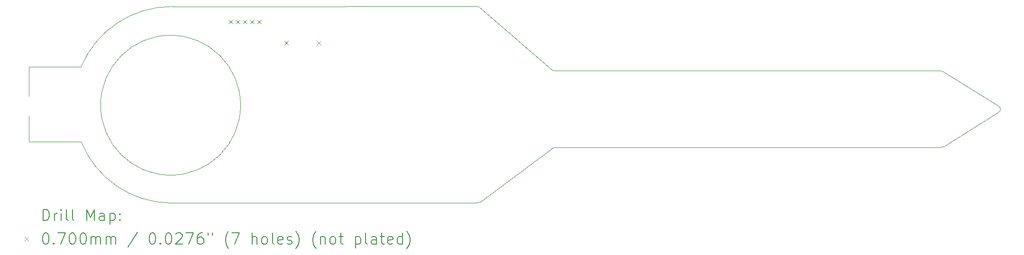
<source format=gbr>
%TF.GenerationSoftware,KiCad,Pcbnew,7.0.5*%
%TF.CreationDate,2023-06-02T10:04:05+02:00*%
%TF.ProjectId,esp32_soil_moisture_sensor,65737033-325f-4736-9f69-6c5f6d6f6973,5.3*%
%TF.SameCoordinates,Original*%
%TF.FileFunction,Drillmap*%
%TF.FilePolarity,Positive*%
%FSLAX45Y45*%
G04 Gerber Fmt 4.5, Leading zero omitted, Abs format (unit mm)*
G04 Created by KiCad (PCBNEW 7.0.5) date 2023-06-02 10:04:05*
%MOMM*%
%LPD*%
G01*
G04 APERTURE LIST*
%ADD10C,0.050000*%
%ADD11C,0.100000*%
%ADD12C,0.200000*%
%ADD13C,0.070000*%
G04 APERTURE END LIST*
D10*
X7850000Y-12059000D02*
X13325000Y-12055000D01*
X6262000Y-10962000D02*
G75*
G03*
X7850000Y-12059000I1618805J645475D01*
G01*
X13325000Y-12055001D02*
G75*
G03*
X13379000Y-12044000I2080J127821D01*
G01*
X21669710Y-9717302D02*
X22656500Y-10333000D01*
X5329000Y-10962000D02*
X5328000Y-10503000D01*
X8613000Y-8548000D02*
X7878000Y-8549000D01*
D11*
X7878000Y-8549000D02*
G75*
G03*
X6262000Y-9626000I3032J-1755424D01*
G01*
D10*
X8613000Y-8548000D02*
X13323000Y-8546000D01*
X21669711Y-9717300D02*
G75*
G03*
X21601621Y-9698000I-67311J-107710D01*
G01*
X5329000Y-9626000D02*
X6262000Y-9626000D01*
X14725982Y-11069377D02*
X21601620Y-11069600D01*
X21601621Y-11069600D02*
G75*
G03*
X21669710Y-11050298I779J127000D01*
G01*
X22656500Y-10434600D02*
G75*
G03*
X22656500Y-10333000I-38060J50800D01*
G01*
X13379000Y-12044000D02*
X14674402Y-11080323D01*
X21669710Y-11050298D02*
X22656500Y-10434600D01*
X5328000Y-10153000D02*
X5329000Y-9626000D01*
X14674403Y-9686829D02*
G75*
G03*
X14725982Y-9697777I51577J116019D01*
G01*
X14725982Y-11069377D02*
G75*
G03*
X14674402Y-11080323I8J-127033D01*
G01*
X14725982Y-9697777D02*
X21601620Y-9698000D01*
X6262000Y-10962000D02*
X5329000Y-10962000D01*
X13374580Y-8556946D02*
X14674402Y-9686831D01*
X9111000Y-10312000D02*
G75*
G03*
X9111000Y-10312000I-1250000J0D01*
G01*
X13374580Y-8556947D02*
G75*
G03*
X13323000Y-8546000I-51580J-116043D01*
G01*
D12*
D13*
X8897000Y-8787000D02*
X8967000Y-8857000D01*
X8967000Y-8787000D02*
X8897000Y-8857000D01*
X9024000Y-8787000D02*
X9094000Y-8857000D01*
X9094000Y-8787000D02*
X9024000Y-8857000D01*
X9151000Y-8787000D02*
X9221000Y-8857000D01*
X9221000Y-8787000D02*
X9151000Y-8857000D01*
X9278000Y-8787000D02*
X9348000Y-8857000D01*
X9348000Y-8787000D02*
X9278000Y-8857000D01*
X9405000Y-8787000D02*
X9475000Y-8857000D01*
X9475000Y-8787000D02*
X9405000Y-8857000D01*
X9894000Y-9164000D02*
X9964000Y-9234000D01*
X9964000Y-9164000D02*
X9894000Y-9234000D01*
X10472000Y-9164000D02*
X10542000Y-9234000D01*
X10542000Y-9164000D02*
X10472000Y-9234000D01*
D12*
X5583777Y-12372984D02*
X5583777Y-12172984D01*
X5583777Y-12172984D02*
X5631396Y-12172984D01*
X5631396Y-12172984D02*
X5659967Y-12182508D01*
X5659967Y-12182508D02*
X5679015Y-12201555D01*
X5679015Y-12201555D02*
X5688539Y-12220603D01*
X5688539Y-12220603D02*
X5698062Y-12258698D01*
X5698062Y-12258698D02*
X5698062Y-12287269D01*
X5698062Y-12287269D02*
X5688539Y-12325365D01*
X5688539Y-12325365D02*
X5679015Y-12344412D01*
X5679015Y-12344412D02*
X5659967Y-12363460D01*
X5659967Y-12363460D02*
X5631396Y-12372984D01*
X5631396Y-12372984D02*
X5583777Y-12372984D01*
X5783777Y-12372984D02*
X5783777Y-12239650D01*
X5783777Y-12277746D02*
X5793301Y-12258698D01*
X5793301Y-12258698D02*
X5802824Y-12249174D01*
X5802824Y-12249174D02*
X5821872Y-12239650D01*
X5821872Y-12239650D02*
X5840920Y-12239650D01*
X5907586Y-12372984D02*
X5907586Y-12239650D01*
X5907586Y-12172984D02*
X5898062Y-12182508D01*
X5898062Y-12182508D02*
X5907586Y-12192031D01*
X5907586Y-12192031D02*
X5917110Y-12182508D01*
X5917110Y-12182508D02*
X5907586Y-12172984D01*
X5907586Y-12172984D02*
X5907586Y-12192031D01*
X6031396Y-12372984D02*
X6012348Y-12363460D01*
X6012348Y-12363460D02*
X6002824Y-12344412D01*
X6002824Y-12344412D02*
X6002824Y-12172984D01*
X6136158Y-12372984D02*
X6117110Y-12363460D01*
X6117110Y-12363460D02*
X6107586Y-12344412D01*
X6107586Y-12344412D02*
X6107586Y-12172984D01*
X6364729Y-12372984D02*
X6364729Y-12172984D01*
X6364729Y-12172984D02*
X6431396Y-12315841D01*
X6431396Y-12315841D02*
X6498062Y-12172984D01*
X6498062Y-12172984D02*
X6498062Y-12372984D01*
X6679015Y-12372984D02*
X6679015Y-12268222D01*
X6679015Y-12268222D02*
X6669491Y-12249174D01*
X6669491Y-12249174D02*
X6650443Y-12239650D01*
X6650443Y-12239650D02*
X6612348Y-12239650D01*
X6612348Y-12239650D02*
X6593301Y-12249174D01*
X6679015Y-12363460D02*
X6659967Y-12372984D01*
X6659967Y-12372984D02*
X6612348Y-12372984D01*
X6612348Y-12372984D02*
X6593301Y-12363460D01*
X6593301Y-12363460D02*
X6583777Y-12344412D01*
X6583777Y-12344412D02*
X6583777Y-12325365D01*
X6583777Y-12325365D02*
X6593301Y-12306317D01*
X6593301Y-12306317D02*
X6612348Y-12296793D01*
X6612348Y-12296793D02*
X6659967Y-12296793D01*
X6659967Y-12296793D02*
X6679015Y-12287269D01*
X6774253Y-12239650D02*
X6774253Y-12439650D01*
X6774253Y-12249174D02*
X6793301Y-12239650D01*
X6793301Y-12239650D02*
X6831396Y-12239650D01*
X6831396Y-12239650D02*
X6850443Y-12249174D01*
X6850443Y-12249174D02*
X6859967Y-12258698D01*
X6859967Y-12258698D02*
X6869491Y-12277746D01*
X6869491Y-12277746D02*
X6869491Y-12334888D01*
X6869491Y-12334888D02*
X6859967Y-12353936D01*
X6859967Y-12353936D02*
X6850443Y-12363460D01*
X6850443Y-12363460D02*
X6831396Y-12372984D01*
X6831396Y-12372984D02*
X6793301Y-12372984D01*
X6793301Y-12372984D02*
X6774253Y-12363460D01*
X6955205Y-12353936D02*
X6964729Y-12363460D01*
X6964729Y-12363460D02*
X6955205Y-12372984D01*
X6955205Y-12372984D02*
X6945682Y-12363460D01*
X6945682Y-12363460D02*
X6955205Y-12353936D01*
X6955205Y-12353936D02*
X6955205Y-12372984D01*
X6955205Y-12249174D02*
X6964729Y-12258698D01*
X6964729Y-12258698D02*
X6955205Y-12268222D01*
X6955205Y-12268222D02*
X6945682Y-12258698D01*
X6945682Y-12258698D02*
X6955205Y-12249174D01*
X6955205Y-12249174D02*
X6955205Y-12268222D01*
D13*
X5253000Y-12666500D02*
X5323000Y-12736500D01*
X5323000Y-12666500D02*
X5253000Y-12736500D01*
D12*
X5621872Y-12592984D02*
X5640920Y-12592984D01*
X5640920Y-12592984D02*
X5659967Y-12602508D01*
X5659967Y-12602508D02*
X5669491Y-12612031D01*
X5669491Y-12612031D02*
X5679015Y-12631079D01*
X5679015Y-12631079D02*
X5688539Y-12669174D01*
X5688539Y-12669174D02*
X5688539Y-12716793D01*
X5688539Y-12716793D02*
X5679015Y-12754888D01*
X5679015Y-12754888D02*
X5669491Y-12773936D01*
X5669491Y-12773936D02*
X5659967Y-12783460D01*
X5659967Y-12783460D02*
X5640920Y-12792984D01*
X5640920Y-12792984D02*
X5621872Y-12792984D01*
X5621872Y-12792984D02*
X5602824Y-12783460D01*
X5602824Y-12783460D02*
X5593301Y-12773936D01*
X5593301Y-12773936D02*
X5583777Y-12754888D01*
X5583777Y-12754888D02*
X5574253Y-12716793D01*
X5574253Y-12716793D02*
X5574253Y-12669174D01*
X5574253Y-12669174D02*
X5583777Y-12631079D01*
X5583777Y-12631079D02*
X5593301Y-12612031D01*
X5593301Y-12612031D02*
X5602824Y-12602508D01*
X5602824Y-12602508D02*
X5621872Y-12592984D01*
X5774253Y-12773936D02*
X5783777Y-12783460D01*
X5783777Y-12783460D02*
X5774253Y-12792984D01*
X5774253Y-12792984D02*
X5764729Y-12783460D01*
X5764729Y-12783460D02*
X5774253Y-12773936D01*
X5774253Y-12773936D02*
X5774253Y-12792984D01*
X5850443Y-12592984D02*
X5983777Y-12592984D01*
X5983777Y-12592984D02*
X5898062Y-12792984D01*
X6098062Y-12592984D02*
X6117110Y-12592984D01*
X6117110Y-12592984D02*
X6136158Y-12602508D01*
X6136158Y-12602508D02*
X6145682Y-12612031D01*
X6145682Y-12612031D02*
X6155205Y-12631079D01*
X6155205Y-12631079D02*
X6164729Y-12669174D01*
X6164729Y-12669174D02*
X6164729Y-12716793D01*
X6164729Y-12716793D02*
X6155205Y-12754888D01*
X6155205Y-12754888D02*
X6145682Y-12773936D01*
X6145682Y-12773936D02*
X6136158Y-12783460D01*
X6136158Y-12783460D02*
X6117110Y-12792984D01*
X6117110Y-12792984D02*
X6098062Y-12792984D01*
X6098062Y-12792984D02*
X6079015Y-12783460D01*
X6079015Y-12783460D02*
X6069491Y-12773936D01*
X6069491Y-12773936D02*
X6059967Y-12754888D01*
X6059967Y-12754888D02*
X6050443Y-12716793D01*
X6050443Y-12716793D02*
X6050443Y-12669174D01*
X6050443Y-12669174D02*
X6059967Y-12631079D01*
X6059967Y-12631079D02*
X6069491Y-12612031D01*
X6069491Y-12612031D02*
X6079015Y-12602508D01*
X6079015Y-12602508D02*
X6098062Y-12592984D01*
X6288539Y-12592984D02*
X6307586Y-12592984D01*
X6307586Y-12592984D02*
X6326634Y-12602508D01*
X6326634Y-12602508D02*
X6336158Y-12612031D01*
X6336158Y-12612031D02*
X6345682Y-12631079D01*
X6345682Y-12631079D02*
X6355205Y-12669174D01*
X6355205Y-12669174D02*
X6355205Y-12716793D01*
X6355205Y-12716793D02*
X6345682Y-12754888D01*
X6345682Y-12754888D02*
X6336158Y-12773936D01*
X6336158Y-12773936D02*
X6326634Y-12783460D01*
X6326634Y-12783460D02*
X6307586Y-12792984D01*
X6307586Y-12792984D02*
X6288539Y-12792984D01*
X6288539Y-12792984D02*
X6269491Y-12783460D01*
X6269491Y-12783460D02*
X6259967Y-12773936D01*
X6259967Y-12773936D02*
X6250443Y-12754888D01*
X6250443Y-12754888D02*
X6240920Y-12716793D01*
X6240920Y-12716793D02*
X6240920Y-12669174D01*
X6240920Y-12669174D02*
X6250443Y-12631079D01*
X6250443Y-12631079D02*
X6259967Y-12612031D01*
X6259967Y-12612031D02*
X6269491Y-12602508D01*
X6269491Y-12602508D02*
X6288539Y-12592984D01*
X6440920Y-12792984D02*
X6440920Y-12659650D01*
X6440920Y-12678698D02*
X6450443Y-12669174D01*
X6450443Y-12669174D02*
X6469491Y-12659650D01*
X6469491Y-12659650D02*
X6498063Y-12659650D01*
X6498063Y-12659650D02*
X6517110Y-12669174D01*
X6517110Y-12669174D02*
X6526634Y-12688222D01*
X6526634Y-12688222D02*
X6526634Y-12792984D01*
X6526634Y-12688222D02*
X6536158Y-12669174D01*
X6536158Y-12669174D02*
X6555205Y-12659650D01*
X6555205Y-12659650D02*
X6583777Y-12659650D01*
X6583777Y-12659650D02*
X6602824Y-12669174D01*
X6602824Y-12669174D02*
X6612348Y-12688222D01*
X6612348Y-12688222D02*
X6612348Y-12792984D01*
X6707586Y-12792984D02*
X6707586Y-12659650D01*
X6707586Y-12678698D02*
X6717110Y-12669174D01*
X6717110Y-12669174D02*
X6736158Y-12659650D01*
X6736158Y-12659650D02*
X6764729Y-12659650D01*
X6764729Y-12659650D02*
X6783777Y-12669174D01*
X6783777Y-12669174D02*
X6793301Y-12688222D01*
X6793301Y-12688222D02*
X6793301Y-12792984D01*
X6793301Y-12688222D02*
X6802824Y-12669174D01*
X6802824Y-12669174D02*
X6821872Y-12659650D01*
X6821872Y-12659650D02*
X6850443Y-12659650D01*
X6850443Y-12659650D02*
X6869491Y-12669174D01*
X6869491Y-12669174D02*
X6879015Y-12688222D01*
X6879015Y-12688222D02*
X6879015Y-12792984D01*
X7269491Y-12583460D02*
X7098063Y-12840603D01*
X7526634Y-12592984D02*
X7545682Y-12592984D01*
X7545682Y-12592984D02*
X7564729Y-12602508D01*
X7564729Y-12602508D02*
X7574253Y-12612031D01*
X7574253Y-12612031D02*
X7583777Y-12631079D01*
X7583777Y-12631079D02*
X7593301Y-12669174D01*
X7593301Y-12669174D02*
X7593301Y-12716793D01*
X7593301Y-12716793D02*
X7583777Y-12754888D01*
X7583777Y-12754888D02*
X7574253Y-12773936D01*
X7574253Y-12773936D02*
X7564729Y-12783460D01*
X7564729Y-12783460D02*
X7545682Y-12792984D01*
X7545682Y-12792984D02*
X7526634Y-12792984D01*
X7526634Y-12792984D02*
X7507586Y-12783460D01*
X7507586Y-12783460D02*
X7498063Y-12773936D01*
X7498063Y-12773936D02*
X7488539Y-12754888D01*
X7488539Y-12754888D02*
X7479015Y-12716793D01*
X7479015Y-12716793D02*
X7479015Y-12669174D01*
X7479015Y-12669174D02*
X7488539Y-12631079D01*
X7488539Y-12631079D02*
X7498063Y-12612031D01*
X7498063Y-12612031D02*
X7507586Y-12602508D01*
X7507586Y-12602508D02*
X7526634Y-12592984D01*
X7679015Y-12773936D02*
X7688539Y-12783460D01*
X7688539Y-12783460D02*
X7679015Y-12792984D01*
X7679015Y-12792984D02*
X7669491Y-12783460D01*
X7669491Y-12783460D02*
X7679015Y-12773936D01*
X7679015Y-12773936D02*
X7679015Y-12792984D01*
X7812348Y-12592984D02*
X7831396Y-12592984D01*
X7831396Y-12592984D02*
X7850444Y-12602508D01*
X7850444Y-12602508D02*
X7859967Y-12612031D01*
X7859967Y-12612031D02*
X7869491Y-12631079D01*
X7869491Y-12631079D02*
X7879015Y-12669174D01*
X7879015Y-12669174D02*
X7879015Y-12716793D01*
X7879015Y-12716793D02*
X7869491Y-12754888D01*
X7869491Y-12754888D02*
X7859967Y-12773936D01*
X7859967Y-12773936D02*
X7850444Y-12783460D01*
X7850444Y-12783460D02*
X7831396Y-12792984D01*
X7831396Y-12792984D02*
X7812348Y-12792984D01*
X7812348Y-12792984D02*
X7793301Y-12783460D01*
X7793301Y-12783460D02*
X7783777Y-12773936D01*
X7783777Y-12773936D02*
X7774253Y-12754888D01*
X7774253Y-12754888D02*
X7764729Y-12716793D01*
X7764729Y-12716793D02*
X7764729Y-12669174D01*
X7764729Y-12669174D02*
X7774253Y-12631079D01*
X7774253Y-12631079D02*
X7783777Y-12612031D01*
X7783777Y-12612031D02*
X7793301Y-12602508D01*
X7793301Y-12602508D02*
X7812348Y-12592984D01*
X7955206Y-12612031D02*
X7964729Y-12602508D01*
X7964729Y-12602508D02*
X7983777Y-12592984D01*
X7983777Y-12592984D02*
X8031396Y-12592984D01*
X8031396Y-12592984D02*
X8050444Y-12602508D01*
X8050444Y-12602508D02*
X8059967Y-12612031D01*
X8059967Y-12612031D02*
X8069491Y-12631079D01*
X8069491Y-12631079D02*
X8069491Y-12650127D01*
X8069491Y-12650127D02*
X8059967Y-12678698D01*
X8059967Y-12678698D02*
X7945682Y-12792984D01*
X7945682Y-12792984D02*
X8069491Y-12792984D01*
X8136158Y-12592984D02*
X8269491Y-12592984D01*
X8269491Y-12592984D02*
X8183777Y-12792984D01*
X8431396Y-12592984D02*
X8393301Y-12592984D01*
X8393301Y-12592984D02*
X8374253Y-12602508D01*
X8374253Y-12602508D02*
X8364729Y-12612031D01*
X8364729Y-12612031D02*
X8345682Y-12640603D01*
X8345682Y-12640603D02*
X8336158Y-12678698D01*
X8336158Y-12678698D02*
X8336158Y-12754888D01*
X8336158Y-12754888D02*
X8345682Y-12773936D01*
X8345682Y-12773936D02*
X8355206Y-12783460D01*
X8355206Y-12783460D02*
X8374253Y-12792984D01*
X8374253Y-12792984D02*
X8412349Y-12792984D01*
X8412349Y-12792984D02*
X8431396Y-12783460D01*
X8431396Y-12783460D02*
X8440920Y-12773936D01*
X8440920Y-12773936D02*
X8450444Y-12754888D01*
X8450444Y-12754888D02*
X8450444Y-12707269D01*
X8450444Y-12707269D02*
X8440920Y-12688222D01*
X8440920Y-12688222D02*
X8431396Y-12678698D01*
X8431396Y-12678698D02*
X8412349Y-12669174D01*
X8412349Y-12669174D02*
X8374253Y-12669174D01*
X8374253Y-12669174D02*
X8355206Y-12678698D01*
X8355206Y-12678698D02*
X8345682Y-12688222D01*
X8345682Y-12688222D02*
X8336158Y-12707269D01*
X8526634Y-12592984D02*
X8526634Y-12631079D01*
X8602825Y-12592984D02*
X8602825Y-12631079D01*
X8898063Y-12869174D02*
X8888539Y-12859650D01*
X8888539Y-12859650D02*
X8869491Y-12831079D01*
X8869491Y-12831079D02*
X8859968Y-12812031D01*
X8859968Y-12812031D02*
X8850444Y-12783460D01*
X8850444Y-12783460D02*
X8840920Y-12735841D01*
X8840920Y-12735841D02*
X8840920Y-12697746D01*
X8840920Y-12697746D02*
X8850444Y-12650127D01*
X8850444Y-12650127D02*
X8859968Y-12621555D01*
X8859968Y-12621555D02*
X8869491Y-12602508D01*
X8869491Y-12602508D02*
X8888539Y-12573936D01*
X8888539Y-12573936D02*
X8898063Y-12564412D01*
X8955206Y-12592984D02*
X9088539Y-12592984D01*
X9088539Y-12592984D02*
X9002825Y-12792984D01*
X9317111Y-12792984D02*
X9317111Y-12592984D01*
X9402825Y-12792984D02*
X9402825Y-12688222D01*
X9402825Y-12688222D02*
X9393301Y-12669174D01*
X9393301Y-12669174D02*
X9374253Y-12659650D01*
X9374253Y-12659650D02*
X9345682Y-12659650D01*
X9345682Y-12659650D02*
X9326634Y-12669174D01*
X9326634Y-12669174D02*
X9317111Y-12678698D01*
X9526634Y-12792984D02*
X9507587Y-12783460D01*
X9507587Y-12783460D02*
X9498063Y-12773936D01*
X9498063Y-12773936D02*
X9488539Y-12754888D01*
X9488539Y-12754888D02*
X9488539Y-12697746D01*
X9488539Y-12697746D02*
X9498063Y-12678698D01*
X9498063Y-12678698D02*
X9507587Y-12669174D01*
X9507587Y-12669174D02*
X9526634Y-12659650D01*
X9526634Y-12659650D02*
X9555206Y-12659650D01*
X9555206Y-12659650D02*
X9574253Y-12669174D01*
X9574253Y-12669174D02*
X9583777Y-12678698D01*
X9583777Y-12678698D02*
X9593301Y-12697746D01*
X9593301Y-12697746D02*
X9593301Y-12754888D01*
X9593301Y-12754888D02*
X9583777Y-12773936D01*
X9583777Y-12773936D02*
X9574253Y-12783460D01*
X9574253Y-12783460D02*
X9555206Y-12792984D01*
X9555206Y-12792984D02*
X9526634Y-12792984D01*
X9707587Y-12792984D02*
X9688539Y-12783460D01*
X9688539Y-12783460D02*
X9679015Y-12764412D01*
X9679015Y-12764412D02*
X9679015Y-12592984D01*
X9859968Y-12783460D02*
X9840920Y-12792984D01*
X9840920Y-12792984D02*
X9802825Y-12792984D01*
X9802825Y-12792984D02*
X9783777Y-12783460D01*
X9783777Y-12783460D02*
X9774253Y-12764412D01*
X9774253Y-12764412D02*
X9774253Y-12688222D01*
X9774253Y-12688222D02*
X9783777Y-12669174D01*
X9783777Y-12669174D02*
X9802825Y-12659650D01*
X9802825Y-12659650D02*
X9840920Y-12659650D01*
X9840920Y-12659650D02*
X9859968Y-12669174D01*
X9859968Y-12669174D02*
X9869492Y-12688222D01*
X9869492Y-12688222D02*
X9869492Y-12707269D01*
X9869492Y-12707269D02*
X9774253Y-12726317D01*
X9945682Y-12783460D02*
X9964730Y-12792984D01*
X9964730Y-12792984D02*
X10002825Y-12792984D01*
X10002825Y-12792984D02*
X10021873Y-12783460D01*
X10021873Y-12783460D02*
X10031396Y-12764412D01*
X10031396Y-12764412D02*
X10031396Y-12754888D01*
X10031396Y-12754888D02*
X10021873Y-12735841D01*
X10021873Y-12735841D02*
X10002825Y-12726317D01*
X10002825Y-12726317D02*
X9974253Y-12726317D01*
X9974253Y-12726317D02*
X9955206Y-12716793D01*
X9955206Y-12716793D02*
X9945682Y-12697746D01*
X9945682Y-12697746D02*
X9945682Y-12688222D01*
X9945682Y-12688222D02*
X9955206Y-12669174D01*
X9955206Y-12669174D02*
X9974253Y-12659650D01*
X9974253Y-12659650D02*
X10002825Y-12659650D01*
X10002825Y-12659650D02*
X10021873Y-12669174D01*
X10098063Y-12869174D02*
X10107587Y-12859650D01*
X10107587Y-12859650D02*
X10126634Y-12831079D01*
X10126634Y-12831079D02*
X10136158Y-12812031D01*
X10136158Y-12812031D02*
X10145682Y-12783460D01*
X10145682Y-12783460D02*
X10155206Y-12735841D01*
X10155206Y-12735841D02*
X10155206Y-12697746D01*
X10155206Y-12697746D02*
X10145682Y-12650127D01*
X10145682Y-12650127D02*
X10136158Y-12621555D01*
X10136158Y-12621555D02*
X10126634Y-12602508D01*
X10126634Y-12602508D02*
X10107587Y-12573936D01*
X10107587Y-12573936D02*
X10098063Y-12564412D01*
X10459968Y-12869174D02*
X10450444Y-12859650D01*
X10450444Y-12859650D02*
X10431396Y-12831079D01*
X10431396Y-12831079D02*
X10421873Y-12812031D01*
X10421873Y-12812031D02*
X10412349Y-12783460D01*
X10412349Y-12783460D02*
X10402825Y-12735841D01*
X10402825Y-12735841D02*
X10402825Y-12697746D01*
X10402825Y-12697746D02*
X10412349Y-12650127D01*
X10412349Y-12650127D02*
X10421873Y-12621555D01*
X10421873Y-12621555D02*
X10431396Y-12602508D01*
X10431396Y-12602508D02*
X10450444Y-12573936D01*
X10450444Y-12573936D02*
X10459968Y-12564412D01*
X10536158Y-12659650D02*
X10536158Y-12792984D01*
X10536158Y-12678698D02*
X10545682Y-12669174D01*
X10545682Y-12669174D02*
X10564730Y-12659650D01*
X10564730Y-12659650D02*
X10593301Y-12659650D01*
X10593301Y-12659650D02*
X10612349Y-12669174D01*
X10612349Y-12669174D02*
X10621873Y-12688222D01*
X10621873Y-12688222D02*
X10621873Y-12792984D01*
X10745682Y-12792984D02*
X10726634Y-12783460D01*
X10726634Y-12783460D02*
X10717111Y-12773936D01*
X10717111Y-12773936D02*
X10707587Y-12754888D01*
X10707587Y-12754888D02*
X10707587Y-12697746D01*
X10707587Y-12697746D02*
X10717111Y-12678698D01*
X10717111Y-12678698D02*
X10726634Y-12669174D01*
X10726634Y-12669174D02*
X10745682Y-12659650D01*
X10745682Y-12659650D02*
X10774254Y-12659650D01*
X10774254Y-12659650D02*
X10793301Y-12669174D01*
X10793301Y-12669174D02*
X10802825Y-12678698D01*
X10802825Y-12678698D02*
X10812349Y-12697746D01*
X10812349Y-12697746D02*
X10812349Y-12754888D01*
X10812349Y-12754888D02*
X10802825Y-12773936D01*
X10802825Y-12773936D02*
X10793301Y-12783460D01*
X10793301Y-12783460D02*
X10774254Y-12792984D01*
X10774254Y-12792984D02*
X10745682Y-12792984D01*
X10869492Y-12659650D02*
X10945682Y-12659650D01*
X10898063Y-12592984D02*
X10898063Y-12764412D01*
X10898063Y-12764412D02*
X10907587Y-12783460D01*
X10907587Y-12783460D02*
X10926634Y-12792984D01*
X10926634Y-12792984D02*
X10945682Y-12792984D01*
X11164730Y-12659650D02*
X11164730Y-12859650D01*
X11164730Y-12669174D02*
X11183777Y-12659650D01*
X11183777Y-12659650D02*
X11221873Y-12659650D01*
X11221873Y-12659650D02*
X11240920Y-12669174D01*
X11240920Y-12669174D02*
X11250444Y-12678698D01*
X11250444Y-12678698D02*
X11259968Y-12697746D01*
X11259968Y-12697746D02*
X11259968Y-12754888D01*
X11259968Y-12754888D02*
X11250444Y-12773936D01*
X11250444Y-12773936D02*
X11240920Y-12783460D01*
X11240920Y-12783460D02*
X11221873Y-12792984D01*
X11221873Y-12792984D02*
X11183777Y-12792984D01*
X11183777Y-12792984D02*
X11164730Y-12783460D01*
X11374253Y-12792984D02*
X11355206Y-12783460D01*
X11355206Y-12783460D02*
X11345682Y-12764412D01*
X11345682Y-12764412D02*
X11345682Y-12592984D01*
X11536158Y-12792984D02*
X11536158Y-12688222D01*
X11536158Y-12688222D02*
X11526634Y-12669174D01*
X11526634Y-12669174D02*
X11507587Y-12659650D01*
X11507587Y-12659650D02*
X11469492Y-12659650D01*
X11469492Y-12659650D02*
X11450444Y-12669174D01*
X11536158Y-12783460D02*
X11517111Y-12792984D01*
X11517111Y-12792984D02*
X11469492Y-12792984D01*
X11469492Y-12792984D02*
X11450444Y-12783460D01*
X11450444Y-12783460D02*
X11440920Y-12764412D01*
X11440920Y-12764412D02*
X11440920Y-12745365D01*
X11440920Y-12745365D02*
X11450444Y-12726317D01*
X11450444Y-12726317D02*
X11469492Y-12716793D01*
X11469492Y-12716793D02*
X11517111Y-12716793D01*
X11517111Y-12716793D02*
X11536158Y-12707269D01*
X11602825Y-12659650D02*
X11679015Y-12659650D01*
X11631396Y-12592984D02*
X11631396Y-12764412D01*
X11631396Y-12764412D02*
X11640920Y-12783460D01*
X11640920Y-12783460D02*
X11659968Y-12792984D01*
X11659968Y-12792984D02*
X11679015Y-12792984D01*
X11821873Y-12783460D02*
X11802825Y-12792984D01*
X11802825Y-12792984D02*
X11764730Y-12792984D01*
X11764730Y-12792984D02*
X11745682Y-12783460D01*
X11745682Y-12783460D02*
X11736158Y-12764412D01*
X11736158Y-12764412D02*
X11736158Y-12688222D01*
X11736158Y-12688222D02*
X11745682Y-12669174D01*
X11745682Y-12669174D02*
X11764730Y-12659650D01*
X11764730Y-12659650D02*
X11802825Y-12659650D01*
X11802825Y-12659650D02*
X11821873Y-12669174D01*
X11821873Y-12669174D02*
X11831396Y-12688222D01*
X11831396Y-12688222D02*
X11831396Y-12707269D01*
X11831396Y-12707269D02*
X11736158Y-12726317D01*
X12002825Y-12792984D02*
X12002825Y-12592984D01*
X12002825Y-12783460D02*
X11983777Y-12792984D01*
X11983777Y-12792984D02*
X11945682Y-12792984D01*
X11945682Y-12792984D02*
X11926634Y-12783460D01*
X11926634Y-12783460D02*
X11917111Y-12773936D01*
X11917111Y-12773936D02*
X11907587Y-12754888D01*
X11907587Y-12754888D02*
X11907587Y-12697746D01*
X11907587Y-12697746D02*
X11917111Y-12678698D01*
X11917111Y-12678698D02*
X11926634Y-12669174D01*
X11926634Y-12669174D02*
X11945682Y-12659650D01*
X11945682Y-12659650D02*
X11983777Y-12659650D01*
X11983777Y-12659650D02*
X12002825Y-12669174D01*
X12079015Y-12869174D02*
X12088539Y-12859650D01*
X12088539Y-12859650D02*
X12107587Y-12831079D01*
X12107587Y-12831079D02*
X12117111Y-12812031D01*
X12117111Y-12812031D02*
X12126634Y-12783460D01*
X12126634Y-12783460D02*
X12136158Y-12735841D01*
X12136158Y-12735841D02*
X12136158Y-12697746D01*
X12136158Y-12697746D02*
X12126634Y-12650127D01*
X12126634Y-12650127D02*
X12117111Y-12621555D01*
X12117111Y-12621555D02*
X12107587Y-12602508D01*
X12107587Y-12602508D02*
X12088539Y-12573936D01*
X12088539Y-12573936D02*
X12079015Y-12564412D01*
M02*

</source>
